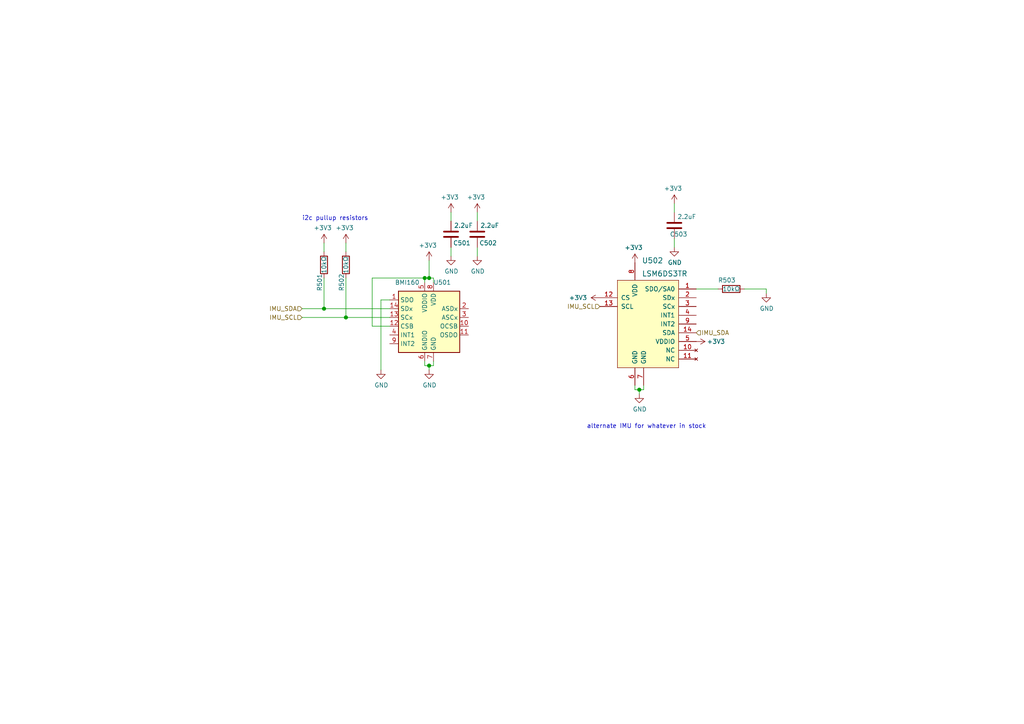
<source format=kicad_sch>
(kicad_sch (version 20230121) (generator eeschema)
  (paper "A4")
  (title_block (title "Moxie-Drive 24, vesc compatable motor controller") (date "2020-07-01") (rev "1.0") (company "Marshall Scholz"))
  (lib_symbols
    (symbol "24_control_board-rescue:+3.3V-power-MoxiE_Control_board-rescue" (power) (pin_names (offset 0))
      (property "Value" "+3.3V-power-MoxiE_Control_board-rescue" (at 0 3.556 0))
      (symbol "+3.3V-power-MoxiE_Control_board-rescue_0_1"
        (polyline (pts (xy -0.762 1.27) (xy 0 2.54)))
        (polyline (pts (xy 0 0) (xy 0 2.54)))
        (polyline (pts (xy 0 2.54) (xy 0.762 1.27)))
      )
      (symbol "+3.3V-power-MoxiE_Control_board-rescue_1_1"
        (pin power_in line (at 0 0 90) (length 0) hide (name "+3V3") (number "1"))
      )
    )
    (symbol "24_control_board-rescue:C-Device-MoxiE_Control_board-rescue" (pin_numbers hide) (pin_names (offset 0.254))
      (property "Reference" "C" (at 0.635 2.54 0))
      (property "Value" "C-Device-MoxiE_Control_board-rescue" (at 0.635 -2.54 0))
      (symbol "C-Device-MoxiE_Control_board-rescue_0_1"
        (polyline (pts (xy -2.032 -0.762) (xy 2.032 -0.762)) (stroke (width 0.508)))
        (polyline (pts (xy -2.032 0.762) (xy 2.032 0.762)) (stroke (width 0.508)))
      )
      (symbol "C-Device-MoxiE_Control_board-rescue_1_1"
        (pin passive line (at 0 3.81 270) (length 2.794) (name "~") (number "1"))
        (pin passive line (at 0 -3.81 90) (length 2.794) (name "~") (number "2"))
      )
    )
    (symbol "24_control_board-rescue:R-Device-MoxiE_Control_board-rescue" (pin_numbers hide) (pin_names (offset 0))
      (property "Reference" "R" (at 2.032 0 90))
      (property "Value" "R-Device-MoxiE_Control_board-rescue" (at 0 0 90))
      (symbol "R-Device-MoxiE_Control_board-rescue_0_1"
        (rectangle (start -1.016 -2.54) (end 1.016 2.54) (stroke (width 0.254)))
      )
      (symbol "R-Device-MoxiE_Control_board-rescue_1_1"
        (pin passive line (at 0 3.81 270) (length 1.27) (name "~") (number "1"))
        (pin passive line (at 0 -3.81 90) (length 1.27) (name "~") (number "2"))
      )
    )
    (symbol "Sensor_Motion:BMI160"
      (property "Reference" "U" (at -10.16 8.89 0))
      (property "Value" "BMI160" (at 7.62 8.89 0))
      (symbol "BMI160_1_1"
        (rectangle (start -10.16 7.62) (end 7.62 -10.16) (stroke (width 0.254)) (fill (type background)))
        (pin bidirectional line (at -12.7 5.08 0) (length 2.54) (name "SDO") (number "1"))
        (pin bidirectional line (at 10.16 -2.54 180) (length 2.54) (name "OCSB") (number "10"))
        (pin bidirectional line (at 10.16 -5.08 180) (length 2.54) (name "OSDO") (number "11"))
        (pin input line (at -12.7 -2.54 0) (length 2.54) (name "CSB") (number "12"))
        (pin input line (at -12.7 0 0) (length 2.54) (name "SCx") (number "13"))
        (pin bidirectional line (at -12.7 2.54 0) (length 2.54) (name "SDx") (number "14"))
        (pin bidirectional line (at 10.16 2.54 180) (length 2.54) (name "ASDx") (number "2"))
        (pin output line (at 10.16 0 180) (length 2.54) (name "ASCx") (number "3"))
        (pin bidirectional line (at -12.7 -5.08 0) (length 2.54) (name "INT1") (number "4"))
        (pin power_in line (at -2.54 10.16 270) (length 2.54) (name "VDDIO") (number "5"))
        (pin power_in line (at -2.54 -12.7 90) (length 2.54) (name "GNDIO") (number "6"))
        (pin power_in line (at 0 -12.7 90) (length 2.54) (name "GND") (number "7"))
        (pin power_in line (at 0 10.16 270) (length 2.54) (name "VDD") (number "8"))
        (pin bidirectional line (at -12.7 -7.62 0) (length 2.54) (name "INT2") (number "9"))
      )
    )
    (symbol "dk_Motion-Sensors-IMUs-Inertial-Measurement-Units:LSM6DS3TR" (pin_names (offset 1.016))
      (property "Reference" "U" (at -6.35 11.43 0))
      (property "Value" "LSM6DS3TR" (at 11.43 -17.78 0))
      (symbol "LSM6DS3TR_0_1"
        (rectangle (start -7.62 10.16) (end 10.16 -15.24) (fill (type background)))
      )
      (symbol "LSM6DS3TR_1_0"
        (pin output line (at 15.24 7.62 180) (length 5.08) (name "SDO/SA0") (number "1"))
        (pin no_connect line (at 15.24 -10.16 180) (length 5.08) (name "NC") (number "10"))
        (pin no_connect line (at 15.24 -12.7 180) (length 5.08) (name "NC") (number "11"))
        (pin input line (at -12.7 5.08 0) (length 5.08) (name "CS") (number "12"))
        (pin input line (at -12.7 2.54 0) (length 5.08) (name "SCL") (number "13"))
        (pin bidirectional line (at 15.24 -5.08 180) (length 5.08) (name "SDA") (number "14"))
        (pin output line (at 15.24 5.08 180) (length 5.08) (name "SDx") (number "2"))
        (pin output line (at 15.24 2.54 180) (length 5.08) (name "SCx") (number "3"))
        (pin output line (at 15.24 0 180) (length 5.08) (name "INT1") (number "4"))
        (pin bidirectional line (at 15.24 -7.62 180) (length 5.08) (name "VDDIO") (number "5"))
        (pin bidirectional line (at -2.54 -20.32 90) (length 5.08) (name "GND") (number "6"))
        (pin bidirectional line (at 0 -20.32 90) (length 5.08) (name "GND") (number "7"))
        (pin bidirectional line (at -2.54 15.24 270) (length 5.08) (name "VDD") (number "8"))
        (pin output line (at 15.24 -2.54 180) (length 5.08) (name "INT2") (number "9"))
      )
    )
    (symbol "power:GND" (power) (pin_names (offset 0))
      (property "Value" "GND" (at 0 -3.81 0))
      (symbol "GND_0_1"
        (polyline (pts (xy 0 0) (xy 0 -1.27) (xy 1.27 -1.27) (xy 0 -2.54) (xy -1.27 -1.27) (xy 0 -1.27)))
      )
      (symbol "GND_1_1"
        (pin power_in line (at 0 0 270) (length 0) hide (name "GND") (number "1"))
      )
    )
  )
  (junction (at 124.46 106.045) (diameter 1.016))
  (junction (at 185.42 113.03) (diameter 1.016))
  (junction (at 93.98 89.535) (diameter 1.016))
  (junction (at 123.19 80.645) (diameter 1.016))
  (junction (at 100.33 92.075) (diameter 1.016))
  (junction (at 124.46 80.645) (diameter 1.016))
  (wire (pts (xy 195.58 69.215) (xy 195.58 71.755)))
  (wire (pts (xy 185.42 113.03) (xy 186.69 113.03)))
  (wire (pts (xy 123.19 80.645) (xy 123.19 81.915)))
  (wire (pts (xy 124.46 106.045) (xy 125.73 106.045)))
  (wire (pts (xy 138.43 61.595) (xy 138.43 64.135)))
  (wire (pts (xy 124.46 80.645) (xy 123.19 80.645)))
  (wire (pts (xy 130.81 61.595) (xy 130.81 64.135)))
  (wire (pts (xy 222.25 83.82) (xy 215.9 83.82)))
  (wire (pts (xy 186.69 113.03) (xy 186.69 111.76)))
  (wire (pts (xy 195.58 59.055) (xy 195.58 61.595)))
  (wire (pts (xy 123.19 106.045) (xy 124.46 106.045)))
  (wire (pts (xy 93.98 80.645) (xy 93.98 89.535)))
  (wire (pts (xy 185.42 114.3) (xy 185.42 113.03)))
  (wire (pts (xy 100.33 92.075) (xy 113.03 92.075)))
  (wire (pts (xy 100.33 73.025) (xy 100.33 70.485)))
  (wire (pts (xy 201.93 83.82) (xy 208.28 83.82)))
  (wire (pts (xy 222.25 85.09) (xy 222.25 83.82)))
  (wire (pts (xy 124.46 107.315) (xy 124.46 106.045)))
  (wire (pts (xy 124.46 80.645) (xy 125.73 80.645)))
  (wire (pts (xy 87.63 92.075) (xy 100.33 92.075)))
  (wire (pts (xy 110.49 86.995) (xy 110.49 107.315)))
  (wire (pts (xy 184.15 113.03) (xy 185.42 113.03)))
  (wire (pts (xy 138.43 71.755) (xy 138.43 74.295)))
  (wire (pts (xy 107.95 94.615) (xy 113.03 94.615)))
  (wire (pts (xy 100.33 80.645) (xy 100.33 92.075)))
  (wire (pts (xy 125.73 106.045) (xy 125.73 104.775)))
  (wire (pts (xy 113.03 89.535) (xy 93.98 89.535)))
  (wire (pts (xy 113.03 86.995) (xy 110.49 86.995)))
  (wire (pts (xy 130.81 71.755) (xy 130.81 74.295)))
  (wire (pts (xy 93.98 89.535) (xy 87.63 89.535)))
  (wire (pts (xy 184.15 111.76) (xy 184.15 113.03)))
  (wire (pts (xy 123.19 104.775) (xy 123.19 106.045)))
  (wire (pts (xy 93.98 73.025) (xy 93.98 70.485)))
  (wire (pts (xy 125.73 80.645) (xy 125.73 81.915)))
  (wire (pts (xy 124.46 75.565) (xy 124.46 80.645)))
  (wire (pts (xy 107.95 80.645) (xy 107.95 94.615)))
  (wire (pts (xy 123.19 80.645) (xy 107.95 80.645)))
  (text "alternate IMU for whatever in stock" (at 170.18 124.46 0) (effects (font (size 1.27 1.27)) (justify left bottom)))
  (text "i2c pullup resistors" (at 87.63 64.135 0) (effects (font (size 1.27 1.27)) (justify left bottom)))
  (hierarchical_label "IMU_SDA" (shape input) (at 87.63 89.535 180))
  (hierarchical_label "IMU_SDA" (shape input) (at 201.93 96.52 0))
  (hierarchical_label "IMU_SCL" (shape input) (at 87.63 92.075 180))
  (hierarchical_label "IMU_SCL" (shape input) (at 173.99 88.9 180))
  (symbol (lib_id "Sensor_Motion:BMI160") (at 125.73 92.075 0) (unit 1)
    (property "Reference" "U501" (at 128.27 81.915 0))
    (property "Value" "BMI160" (at 118.11 81.915 0))
    (property "Footprint" "Package_LGA:Bosch_LGA-14_3x2.5mm_P0.5mm" (effects hide))
    (property "Datasheet" "https://ae-bst.resource.bosch.com/media/_tech/media/datasheets/BST-BMI160-DS000.pdf" (effects hide))
  )
  (symbol (lib_id "24_control_board-rescue:R-Device-MoxiE_Control_board-rescue") (at 93.98 76.835 0) (mirror x) (unit 1)
    (property "Reference" "R501" (at 92.71 81.915 90))
    (property "Value" "10kΩ" (at 93.98 76.835 90))
    (property "Footprint" "pkl_dipol:R_0402" (effects hide))
  )
  (symbol (lib_id "24_control_board-rescue:+3.3V-power-MoxiE_Control_board-rescue") (at 93.98 70.485 0) (mirror y) (unit 1)
    (property "Reference" "#PWR0501" (effects hide))
    (property "Value" "+3.3V" (at 93.599 66.0908 0))
  )
  (symbol (lib_id "24_control_board-rescue:C-Device-MoxiE_Control_board-rescue") (at 130.81 67.945 180) (unit 1)
    (property "Reference" "C501" (at 136.525 70.485 0) (effects (justify left)))
    (property "Value" "2.2uF" (at 137.16 65.405 0) (effects (justify left)))
    (property "Footprint" "pkl_dipol:C_0402" (effects hide))
  )
  (symbol (lib_id "24_control_board-rescue:+3.3V-power-MoxiE_Control_board-rescue") (at 130.81 61.595 0) (mirror y) (unit 1)
    (property "Reference" "#PWR0506" (effects hide))
    (property "Value" "+3.3V" (at 130.429 57.2008 0))
  )
  (symbol (lib_id "24_control_board-rescue:R-Device-MoxiE_Control_board-rescue") (at 100.33 76.835 0) (mirror x) (unit 1)
    (property "Reference" "R502" (at 99.06 81.915 90))
    (property "Value" "10kΩ" (at 100.33 76.835 90))
    (property "Footprint" "pkl_dipol:R_0402" (effects hide))
  )
  (symbol (lib_id "24_control_board-rescue:+3.3V-power-MoxiE_Control_board-rescue") (at 100.33 70.485 0) (mirror y) (unit 1)
    (property "Reference" "#PWR0502" (effects hide))
    (property "Value" "+3.3V" (at 99.949 66.0908 0))
  )
  (symbol (lib_id "power:GND") (at 124.46 107.315 0) (unit 1)
    (property "Reference" "#PWR0505" (effects hide))
    (property "Value" "GND" (at 124.587 111.7092 0))
  )
  (symbol (lib_id "power:GND") (at 130.81 74.295 0) (unit 1)
    (property "Reference" "#PWR0507" (effects hide))
    (property "Value" "GND" (at 130.937 78.6892 0))
  )
  (symbol (lib_id "24_control_board-rescue:+3.3V-power-MoxiE_Control_board-rescue") (at 124.46 75.565 0) (mirror y) (unit 1)
    (property "Reference" "#PWR0504" (effects hide))
    (property "Value" "+3.3V" (at 124.079 71.1708 0))
  )
  (symbol (lib_id "24_control_board-rescue:C-Device-MoxiE_Control_board-rescue") (at 138.43 67.945 180) (unit 1)
    (property "Reference" "C502" (at 144.145 70.485 0) (effects (justify left)))
    (property "Value" "2.2uF" (at 144.78 65.405 0) (effects (justify left)))
    (property "Footprint" "pkl_dipol:C_0402" (effects hide))
  )
  (symbol (lib_id "24_control_board-rescue:+3.3V-power-MoxiE_Control_board-rescue") (at 138.43 61.595 0) (mirror y) (unit 1)
    (property "Reference" "#PWR0508" (effects hide))
    (property "Value" "+3.3V" (at 138.049 57.2008 0))
  )
  (symbol (lib_id "power:GND") (at 138.43 74.295 0) (unit 1)
    (property "Reference" "#PWR0509" (effects hide))
    (property "Value" "GND" (at 138.557 78.6892 0))
  )
  (symbol (lib_id "power:GND") (at 110.49 107.315 0) (unit 1)
    (property "Reference" "#PWR0503" (effects hide))
    (property "Value" "GND" (at 110.617 111.7092 0))
  )
  (symbol (lib_id "power:GND") (at 222.25 85.09 0) (unit 1)
    (property "Reference" "#PWR0516" (effects hide))
    (property "Value" "GND" (at 222.377 89.4842 0))
  )
  (symbol (lib_id "24_control_board-rescue:+3.3V-power-MoxiE_Control_board-rescue") (at 201.93 99.06 270) (mirror x) (unit 1)
    (property "Reference" "#PWR0515" (effects hide))
    (property "Value" "+3.3V" (at 207.645 99.06 90))
  )
  (symbol (lib_id "24_control_board-rescue:+3.3V-power-MoxiE_Control_board-rescue") (at 195.58 59.055 0) (mirror y) (unit 1)
    (property "Reference" "#PWR0513" (effects hide))
    (property "Value" "+3.3V" (at 195.199 54.6608 0))
  )
  (symbol (lib_id "24_control_board-rescue:+3.3V-power-MoxiE_Control_board-rescue") (at 173.99 86.36 90) (mirror x) (unit 1)
    (property "Reference" "#PWR0510" (effects hide))
    (property "Value" "+3.3V" (at 167.64 86.36 90))
  )
  (symbol (lib_id "24_control_board-rescue:C-Device-MoxiE_Control_board-rescue") (at 195.58 65.405 180) (unit 1)
    (property "Reference" "C503" (at 199.39 67.945 0) (effects (justify left)))
    (property "Value" "2.2uF" (at 201.93 62.865 0) (effects (justify left)))
    (property "Footprint" "pkl_dipol:C_0402" (effects hide))
  )
  (symbol (lib_id "24_control_board-rescue:R-Device-MoxiE_Control_board-rescue") (at 212.09 83.82 270) (mirror x) (unit 1)
    (property "Reference" "R503" (at 210.82 81.28 90))
    (property "Value" "10kΩ" (at 212.09 83.82 90))
    (property "Footprint" "pkl_dipol:R_0402" (effects hide))
  )
  (symbol (lib_id "power:GND") (at 195.58 71.755 0) (unit 1)
    (property "Reference" "#PWR0514" (effects hide))
    (property "Value" "GND" (at 195.707 76.1492 0))
  )
  (symbol (lib_id "dk_Motion-Sensors-IMUs-Inertial-Measurement-Units:LSM6DS3TR") (at 186.69 91.44 0) (unit 1)
    (property "Reference" "U502" (at 186.1694 75.565 0) (effects (font (size 1.524 1.524)) (justify left)))
    (property "Value" "LSM6DS3TR" (at 186.1694 79.375 0) (effects (font (size 1.524 1.524)) (justify left)))
    (property "Footprint" "digikey-footprints:LGA-14L_2.5x3mm__LSM6DS3" (effects hide))
    (property "Datasheet" "http://www.st.com/content/ccc/resource/technical/document/datasheet/a3/f5/4f/ae/8e/44/41/d7/DM00133076.pdf/files/DM00133076.pdf/jcr:content/translations/en.DM00133076.pdf" (effects hide))
    (property "Digi-Key_PN" "497-15383-1-ND" (effects hide))
    (property "MPN" "LSM6DS3TR" (effects hide))
    (property "Category" "Sensors, Transducers" (effects hide))
    (property "Family" "Motion Sensors - IMUs (Inertial Measurement Units)" (effects hide))
    (property "DK_Datasheet_Link" "http://www.st.com/content/ccc/resource/technical/document/datasheet/a3/f5/4f/ae/8e/44/41/d7/DM00133076.pdf/files/DM00133076.pdf/jcr:content/translations/en.DM00133076.pdf" (effects hide))
    (property "DK_Detail_Page" "/product-detail/en/stmicroelectronics/LSM6DS3TR/497-15383-1-ND/5180534" (effects hide))
    (property "Description" "IMU ACCEL/GYRO I2C/SPI 14VFLGA" (effects hide))
    (property "Manufacturer" "STMicroelectronics" (effects hide))
    (property "Status" "Active" (effects hide))
  )
  (symbol (lib_id "24_control_board-rescue:+3.3V-power-MoxiE_Control_board-rescue") (at 184.15 76.2 0) (mirror y) (unit 1)
    (property "Reference" "#PWR0511" (effects hide))
    (property "Value" "+3.3V" (at 183.769 71.8058 0))
  )
  (symbol (lib_id "power:GND") (at 185.42 114.3 0) (unit 1)
    (property "Reference" "#PWR0512" (effects hide))
    (property "Value" "GND" (at 185.547 118.6942 0))
  )
)
</source>
